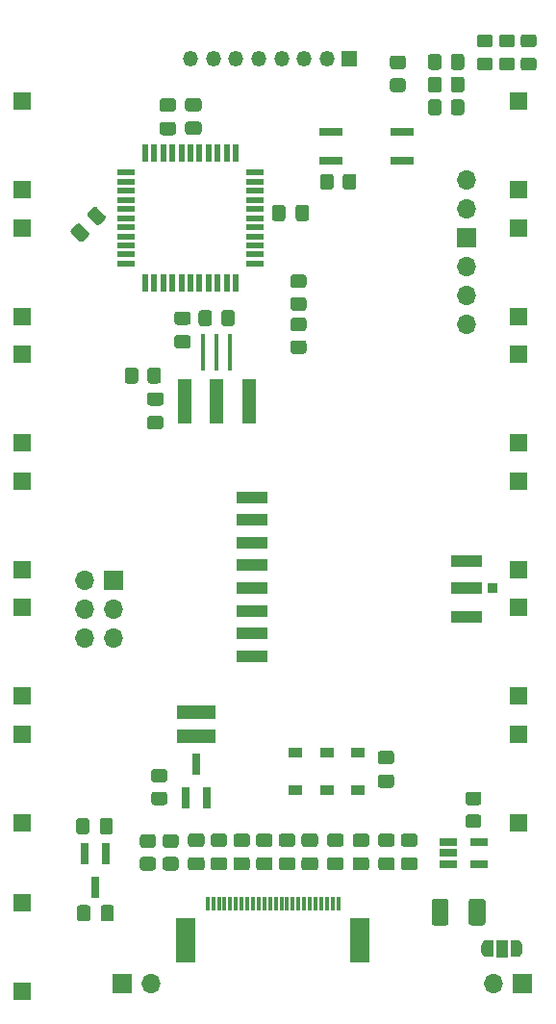
<source format=gbr>
%TF.GenerationSoftware,KiCad,Pcbnew,(5.1.9)-1*%
%TF.CreationDate,2021-03-27T02:19:14+01:00*%
%TF.ProjectId,HB-RC-12-EP-2,48422d52-432d-4313-922d-45502d322e6b,rev?*%
%TF.SameCoordinates,Original*%
%TF.FileFunction,Soldermask,Top*%
%TF.FilePolarity,Negative*%
%FSLAX46Y46*%
G04 Gerber Fmt 4.6, Leading zero omitted, Abs format (unit mm)*
G04 Created by KiCad (PCBNEW (5.1.9)-1) date 2021-03-27 02:19:14*
%MOMM*%
%LPD*%
G01*
G04 APERTURE LIST*
%ADD10R,0.800000X1.900000*%
%ADD11R,1.560000X0.650000*%
%ADD12R,1.200000X4.000000*%
%ADD13R,0.300000X1.300000*%
%ADD14R,1.800000X4.000000*%
%ADD15O,1.700000X1.700000*%
%ADD16R,1.700000X1.700000*%
%ADD17O,1.350000X1.350000*%
%ADD18R,1.350000X1.350000*%
%ADD19R,1.000000X1.500000*%
%ADD20C,0.100000*%
%ADD21R,0.550000X1.500000*%
%ADD22R,1.500000X0.550000*%
%ADD23R,1.200000X0.900000*%
%ADD24R,2.000000X0.640000*%
%ADD25R,2.750000X1.000000*%
%ADD26R,1.500000X1.500000*%
%ADD27R,0.400000X3.200000*%
%ADD28R,3.400000X1.300000*%
%ADD29R,0.850000X0.850000*%
G04 APERTURE END LIST*
D10*
%TO.C,Q2*%
X104850000Y-137800000D03*
X105800000Y-140800000D03*
X103900000Y-140800000D03*
%TD*%
%TO.C,U3*%
X95950000Y-148700000D03*
X95000000Y-145700000D03*
X96900000Y-145700000D03*
%TD*%
D11*
%TO.C,U4*%
X129750000Y-144700000D03*
X129750000Y-146600000D03*
X127050000Y-146600000D03*
X127050000Y-145650000D03*
X127050000Y-144700000D03*
%TD*%
D12*
%TO.C,Q3*%
X103800000Y-105900000D03*
X106650000Y-105900000D03*
X109500000Y-105900000D03*
%TD*%
D13*
%TO.C,J3*%
X117350000Y-150100000D03*
X116850000Y-150100000D03*
X116350000Y-150100000D03*
X115850000Y-150100000D03*
X115350000Y-150100000D03*
X114850000Y-150100000D03*
X114350000Y-150100000D03*
X113850000Y-150100000D03*
X113350000Y-150100000D03*
X112850000Y-150100000D03*
X112350000Y-150100000D03*
X111850000Y-150100000D03*
X111350000Y-150100000D03*
X110850000Y-150100000D03*
X110350000Y-150100000D03*
X109850000Y-150100000D03*
X109350000Y-150100000D03*
X108850000Y-150100000D03*
X108350000Y-150100000D03*
X107850000Y-150100000D03*
X107350000Y-150100000D03*
X106850000Y-150100000D03*
X106350000Y-150100000D03*
X105850000Y-150100000D03*
D14*
X103950000Y-153350000D03*
X119250000Y-153350000D03*
%TD*%
D15*
%TO.C,FTDI1*%
X128650000Y-99150000D03*
X128650000Y-96610000D03*
X128650000Y-94070000D03*
D16*
X128650000Y-91530000D03*
D15*
X128650000Y-88990000D03*
X128650000Y-86450000D03*
%TD*%
%TO.C,R10*%
G36*
G01*
X122149999Y-77500000D02*
X123050001Y-77500000D01*
G75*
G02*
X123300000Y-77749999I0J-249999D01*
G01*
X123300000Y-78450001D01*
G75*
G02*
X123050001Y-78700000I-249999J0D01*
G01*
X122149999Y-78700000D01*
G75*
G02*
X121900000Y-78450001I0J249999D01*
G01*
X121900000Y-77749999D01*
G75*
G02*
X122149999Y-77500000I249999J0D01*
G01*
G37*
G36*
G01*
X122149999Y-75500000D02*
X123050001Y-75500000D01*
G75*
G02*
X123300000Y-75749999I0J-249999D01*
G01*
X123300000Y-76450001D01*
G75*
G02*
X123050001Y-76700000I-249999J0D01*
G01*
X122149999Y-76700000D01*
G75*
G02*
X121900000Y-76450001I0J249999D01*
G01*
X121900000Y-75749999D01*
G75*
G02*
X122149999Y-75500000I249999J0D01*
G01*
G37*
%TD*%
D17*
%TO.C,K1*%
X104350000Y-75750000D03*
X106350000Y-75750000D03*
X108350000Y-75750000D03*
X110350000Y-75750000D03*
X112350000Y-75750000D03*
X114350000Y-75750000D03*
X116350000Y-75750000D03*
D18*
X118350000Y-75750000D03*
%TD*%
D19*
%TO.C,JP1*%
X131750000Y-154050000D03*
D20*
G36*
X133050000Y-153300602D02*
G01*
X133074534Y-153300602D01*
X133123365Y-153305412D01*
X133171490Y-153314984D01*
X133218445Y-153329228D01*
X133263778Y-153348005D01*
X133307051Y-153371136D01*
X133347850Y-153398396D01*
X133385779Y-153429524D01*
X133420476Y-153464221D01*
X133451604Y-153502150D01*
X133478864Y-153542949D01*
X133501995Y-153586222D01*
X133520772Y-153631555D01*
X133535016Y-153678510D01*
X133544588Y-153726635D01*
X133549398Y-153775466D01*
X133549398Y-153800000D01*
X133550000Y-153800000D01*
X133550000Y-154300000D01*
X133549398Y-154300000D01*
X133549398Y-154324534D01*
X133544588Y-154373365D01*
X133535016Y-154421490D01*
X133520772Y-154468445D01*
X133501995Y-154513778D01*
X133478864Y-154557051D01*
X133451604Y-154597850D01*
X133420476Y-154635779D01*
X133385779Y-154670476D01*
X133347850Y-154701604D01*
X133307051Y-154728864D01*
X133263778Y-154751995D01*
X133218445Y-154770772D01*
X133171490Y-154785016D01*
X133123365Y-154794588D01*
X133074534Y-154799398D01*
X133050000Y-154799398D01*
X133050000Y-154800000D01*
X132500000Y-154800000D01*
X132500000Y-153300000D01*
X133050000Y-153300000D01*
X133050000Y-153300602D01*
G37*
G36*
X131000000Y-154800000D02*
G01*
X130450000Y-154800000D01*
X130450000Y-154799398D01*
X130425466Y-154799398D01*
X130376635Y-154794588D01*
X130328510Y-154785016D01*
X130281555Y-154770772D01*
X130236222Y-154751995D01*
X130192949Y-154728864D01*
X130152150Y-154701604D01*
X130114221Y-154670476D01*
X130079524Y-154635779D01*
X130048396Y-154597850D01*
X130021136Y-154557051D01*
X129998005Y-154513778D01*
X129979228Y-154468445D01*
X129964984Y-154421490D01*
X129955412Y-154373365D01*
X129950602Y-154324534D01*
X129950602Y-154300000D01*
X129950000Y-154300000D01*
X129950000Y-153800000D01*
X129950602Y-153800000D01*
X129950602Y-153775466D01*
X129955412Y-153726635D01*
X129964984Y-153678510D01*
X129979228Y-153631555D01*
X129998005Y-153586222D01*
X130021136Y-153542949D01*
X130048396Y-153502150D01*
X130079524Y-153464221D01*
X130114221Y-153429524D01*
X130152150Y-153398396D01*
X130192949Y-153371136D01*
X130236222Y-153348005D01*
X130281555Y-153329228D01*
X130328510Y-153314984D01*
X130376635Y-153305412D01*
X130425466Y-153300602D01*
X130450000Y-153300602D01*
X130450000Y-153300000D01*
X131000000Y-153300000D01*
X131000000Y-154800000D01*
G37*
%TD*%
%TO.C,C17*%
G36*
G01*
X94696121Y-90332517D02*
X95367483Y-91003879D01*
G75*
G02*
X95367483Y-91357821I-176971J-176971D01*
G01*
X94890575Y-91834729D01*
G75*
G02*
X94536633Y-91834729I-176971J176971D01*
G01*
X93865271Y-91163367D01*
G75*
G02*
X93865271Y-90809425I176971J176971D01*
G01*
X94342179Y-90332517D01*
G75*
G02*
X94696121Y-90332517I176971J-176971D01*
G01*
G37*
G36*
G01*
X96163173Y-88865076D02*
X96834924Y-89536827D01*
G75*
G02*
X96834924Y-89890381I-176777J-176777D01*
G01*
X96357627Y-90367678D01*
G75*
G02*
X96004073Y-90367678I-176777J176777D01*
G01*
X95332322Y-89695927D01*
G75*
G02*
X95332322Y-89342373I176777J176777D01*
G01*
X95809619Y-88865076D01*
G75*
G02*
X96163173Y-88865076I176777J-176777D01*
G01*
G37*
%TD*%
D21*
%TO.C,U1*%
X100350000Y-95500000D03*
X101150000Y-95500000D03*
X101950000Y-95500000D03*
X102750000Y-95500000D03*
X103550000Y-95500000D03*
X104350000Y-95500000D03*
X105150000Y-95500000D03*
X105950000Y-95500000D03*
X106750000Y-95500000D03*
X107550000Y-95500000D03*
X108350000Y-95500000D03*
D22*
X110050000Y-93800000D03*
X110050000Y-93000000D03*
X110050000Y-92200000D03*
X110050000Y-91400000D03*
X110050000Y-90600000D03*
X110050000Y-89800000D03*
X110050000Y-89000000D03*
X110050000Y-88200000D03*
X110050000Y-87400000D03*
X110050000Y-86600000D03*
X110050000Y-85800000D03*
D21*
X108350000Y-84100000D03*
X107550000Y-84100000D03*
X106750000Y-84100000D03*
X105950000Y-84100000D03*
X105150000Y-84100000D03*
X104350000Y-84100000D03*
X103550000Y-84100000D03*
X102750000Y-84100000D03*
X101950000Y-84100000D03*
X101150000Y-84100000D03*
X100350000Y-84100000D03*
D22*
X98650000Y-85800000D03*
X98650000Y-86600000D03*
X98650000Y-87400000D03*
X98650000Y-88200000D03*
X98650000Y-89000000D03*
X98650000Y-89800000D03*
X98650000Y-90600000D03*
X98650000Y-91400000D03*
X98650000Y-92200000D03*
X98650000Y-93000000D03*
X98650000Y-93800000D03*
%TD*%
%TO.C,R8*%
G36*
G01*
X102050001Y-139450000D02*
X101149999Y-139450000D01*
G75*
G02*
X100900000Y-139200001I0J249999D01*
G01*
X100900000Y-138499999D01*
G75*
G02*
X101149999Y-138250000I249999J0D01*
G01*
X102050001Y-138250000D01*
G75*
G02*
X102300000Y-138499999I0J-249999D01*
G01*
X102300000Y-139200001D01*
G75*
G02*
X102050001Y-139450000I-249999J0D01*
G01*
G37*
G36*
G01*
X102050001Y-141450000D02*
X101149999Y-141450000D01*
G75*
G02*
X100900000Y-141200001I0J249999D01*
G01*
X100900000Y-140499999D01*
G75*
G02*
X101149999Y-140250000I249999J0D01*
G01*
X102050001Y-140250000D01*
G75*
G02*
X102300000Y-140499999I0J-249999D01*
G01*
X102300000Y-141200001D01*
G75*
G02*
X102050001Y-141450000I-249999J0D01*
G01*
G37*
%TD*%
%TO.C,R8-2*%
G36*
G01*
X101050001Y-145200000D02*
X100149999Y-145200000D01*
G75*
G02*
X99900000Y-144950001I0J249999D01*
G01*
X99900000Y-144249999D01*
G75*
G02*
X100149999Y-144000000I249999J0D01*
G01*
X101050001Y-144000000D01*
G75*
G02*
X101300000Y-144249999I0J-249999D01*
G01*
X101300000Y-144950001D01*
G75*
G02*
X101050001Y-145200000I-249999J0D01*
G01*
G37*
G36*
G01*
X101050001Y-147200000D02*
X100149999Y-147200000D01*
G75*
G02*
X99900000Y-146950001I0J249999D01*
G01*
X99900000Y-146249999D01*
G75*
G02*
X100149999Y-146000000I249999J0D01*
G01*
X101050001Y-146000000D01*
G75*
G02*
X101300000Y-146249999I0J-249999D01*
G01*
X101300000Y-146950001D01*
G75*
G02*
X101050001Y-147200000I-249999J0D01*
G01*
G37*
%TD*%
%TO.C,C4*%
G36*
G01*
X111325000Y-145112500D02*
X110375000Y-145112500D01*
G75*
G02*
X110125000Y-144862500I0J250000D01*
G01*
X110125000Y-144187500D01*
G75*
G02*
X110375000Y-143937500I250000J0D01*
G01*
X111325000Y-143937500D01*
G75*
G02*
X111575000Y-144187500I0J-250000D01*
G01*
X111575000Y-144862500D01*
G75*
G02*
X111325000Y-145112500I-250000J0D01*
G01*
G37*
G36*
G01*
X111325000Y-147187500D02*
X110375000Y-147187500D01*
G75*
G02*
X110125000Y-146937500I0J250000D01*
G01*
X110125000Y-146262500D01*
G75*
G02*
X110375000Y-146012500I250000J0D01*
G01*
X111325000Y-146012500D01*
G75*
G02*
X111575000Y-146262500I0J-250000D01*
G01*
X111575000Y-146937500D01*
G75*
G02*
X111325000Y-147187500I-250000J0D01*
G01*
G37*
%TD*%
D23*
%TO.C,D5*%
X119100000Y-140100000D03*
X119100000Y-136800000D03*
%TD*%
%TO.C,D4*%
X116350000Y-136800000D03*
X116350000Y-140100000D03*
%TD*%
%TO.C,R12*%
G36*
G01*
X106250000Y-98149999D02*
X106250000Y-99050001D01*
G75*
G02*
X106000001Y-99300000I-249999J0D01*
G01*
X105299999Y-99300000D01*
G75*
G02*
X105050000Y-99050001I0J249999D01*
G01*
X105050000Y-98149999D01*
G75*
G02*
X105299999Y-97900000I249999J0D01*
G01*
X106000001Y-97900000D01*
G75*
G02*
X106250000Y-98149999I0J-249999D01*
G01*
G37*
G36*
G01*
X108250000Y-98149999D02*
X108250000Y-99050001D01*
G75*
G02*
X108000001Y-99300000I-249999J0D01*
G01*
X107299999Y-99300000D01*
G75*
G02*
X107050000Y-99050001I0J249999D01*
G01*
X107050000Y-98149999D01*
G75*
G02*
X107299999Y-97900000I249999J0D01*
G01*
X108000001Y-97900000D01*
G75*
G02*
X108250000Y-98149999I0J-249999D01*
G01*
G37*
%TD*%
D24*
%TO.C,U5*%
X116700000Y-84720000D03*
X116700000Y-82180000D03*
X123000000Y-82180000D03*
X123000000Y-84720000D03*
%TD*%
D25*
%TO.C,U2*%
X109750000Y-128350000D03*
X109750000Y-126350000D03*
X109750000Y-124350000D03*
X128650000Y-124850000D03*
X109750000Y-122350000D03*
X128650000Y-122350000D03*
X109750000Y-120350000D03*
X128650000Y-119950000D03*
X109750000Y-118350000D03*
X109750000Y-116350000D03*
X109750000Y-114350000D03*
%TD*%
D26*
%TO.C,Config*%
X89500000Y-150000000D03*
X89500000Y-157800000D03*
%TD*%
%TO.C,SW12*%
X133200000Y-135180000D03*
X133200000Y-142980000D03*
%TD*%
%TO.C,SW10*%
X133200000Y-131850000D03*
X133200000Y-124050000D03*
%TD*%
%TO.C,SW8*%
X133200000Y-112920000D03*
X133200000Y-120720000D03*
%TD*%
%TO.C,SW6*%
X133200000Y-101790000D03*
X133200000Y-109590000D03*
%TD*%
%TO.C,SW4*%
X133200000Y-90660000D03*
X133200000Y-98460000D03*
%TD*%
%TO.C,SW2*%
X133200000Y-87330000D03*
X133200000Y-79530000D03*
%TD*%
%TO.C,SW11*%
X89500000Y-135200000D03*
X89500000Y-143000000D03*
%TD*%
%TO.C,SW9*%
X89500000Y-124050000D03*
X89500000Y-131850000D03*
%TD*%
%TO.C,SW7*%
X89500000Y-112920000D03*
X89500000Y-120720000D03*
%TD*%
%TO.C,SW5*%
X89500000Y-101790000D03*
X89500000Y-109590000D03*
%TD*%
%TO.C,SW3*%
X89500000Y-90660000D03*
X89500000Y-98460000D03*
%TD*%
%TO.C,SW1*%
X89500000Y-79530000D03*
X89500000Y-87330000D03*
%TD*%
%TO.C,R8-1*%
G36*
G01*
X103050001Y-145200000D02*
X102149999Y-145200000D01*
G75*
G02*
X101900000Y-144950001I0J249999D01*
G01*
X101900000Y-144249999D01*
G75*
G02*
X102149999Y-144000000I249999J0D01*
G01*
X103050001Y-144000000D01*
G75*
G02*
X103300000Y-144249999I0J-249999D01*
G01*
X103300000Y-144950001D01*
G75*
G02*
X103050001Y-145200000I-249999J0D01*
G01*
G37*
G36*
G01*
X103050001Y-147200000D02*
X102149999Y-147200000D01*
G75*
G02*
X101900000Y-146950001I0J249999D01*
G01*
X101900000Y-146249999D01*
G75*
G02*
X102149999Y-146000000I249999J0D01*
G01*
X103050001Y-146000000D01*
G75*
G02*
X103300000Y-146249999I0J-249999D01*
G01*
X103300000Y-146950001D01*
G75*
G02*
X103050001Y-147200000I-249999J0D01*
G01*
G37*
%TD*%
%TO.C,R13*%
G36*
G01*
X116950000Y-86149999D02*
X116950000Y-87050001D01*
G75*
G02*
X116700001Y-87300000I-249999J0D01*
G01*
X115999999Y-87300000D01*
G75*
G02*
X115750000Y-87050001I0J249999D01*
G01*
X115750000Y-86149999D01*
G75*
G02*
X115999999Y-85900000I249999J0D01*
G01*
X116700001Y-85900000D01*
G75*
G02*
X116950000Y-86149999I0J-249999D01*
G01*
G37*
G36*
G01*
X118950000Y-86149999D02*
X118950000Y-87050001D01*
G75*
G02*
X118700001Y-87300000I-249999J0D01*
G01*
X117999999Y-87300000D01*
G75*
G02*
X117750000Y-87050001I0J249999D01*
G01*
X117750000Y-86149999D01*
G75*
G02*
X117999999Y-85900000I249999J0D01*
G01*
X118700001Y-85900000D01*
G75*
G02*
X118950000Y-86149999I0J-249999D01*
G01*
G37*
%TD*%
%TO.C,R11*%
G36*
G01*
X127250000Y-76500001D02*
X127250000Y-75599999D01*
G75*
G02*
X127499999Y-75350000I249999J0D01*
G01*
X128200001Y-75350000D01*
G75*
G02*
X128450000Y-75599999I0J-249999D01*
G01*
X128450000Y-76500001D01*
G75*
G02*
X128200001Y-76750000I-249999J0D01*
G01*
X127499999Y-76750000D01*
G75*
G02*
X127250000Y-76500001I0J249999D01*
G01*
G37*
G36*
G01*
X125250000Y-76500001D02*
X125250000Y-75599999D01*
G75*
G02*
X125499999Y-75350000I249999J0D01*
G01*
X126200001Y-75350000D01*
G75*
G02*
X126450000Y-75599999I0J-249999D01*
G01*
X126450000Y-76500001D01*
G75*
G02*
X126200001Y-76750000I-249999J0D01*
G01*
X125499999Y-76750000D01*
G75*
G02*
X125250000Y-76500001I0J249999D01*
G01*
G37*
%TD*%
%TO.C,R9*%
G36*
G01*
X129700001Y-141450000D02*
X128799999Y-141450000D01*
G75*
G02*
X128550000Y-141200001I0J249999D01*
G01*
X128550000Y-140499999D01*
G75*
G02*
X128799999Y-140250000I249999J0D01*
G01*
X129700001Y-140250000D01*
G75*
G02*
X129950000Y-140499999I0J-249999D01*
G01*
X129950000Y-141200001D01*
G75*
G02*
X129700001Y-141450000I-249999J0D01*
G01*
G37*
G36*
G01*
X129700001Y-143450000D02*
X128799999Y-143450000D01*
G75*
G02*
X128550000Y-143200001I0J249999D01*
G01*
X128550000Y-142499999D01*
G75*
G02*
X128799999Y-142250000I249999J0D01*
G01*
X129700001Y-142250000D01*
G75*
G02*
X129950000Y-142499999I0J-249999D01*
G01*
X129950000Y-143200001D01*
G75*
G02*
X129700001Y-143450000I-249999J0D01*
G01*
G37*
%TD*%
%TO.C,R5*%
G36*
G01*
X114300001Y-95950000D02*
X113399999Y-95950000D01*
G75*
G02*
X113150000Y-95700001I0J249999D01*
G01*
X113150000Y-94999999D01*
G75*
G02*
X113399999Y-94750000I249999J0D01*
G01*
X114300001Y-94750000D01*
G75*
G02*
X114550000Y-94999999I0J-249999D01*
G01*
X114550000Y-95700001D01*
G75*
G02*
X114300001Y-95950000I-249999J0D01*
G01*
G37*
G36*
G01*
X114300001Y-97950000D02*
X113399999Y-97950000D01*
G75*
G02*
X113150000Y-97700001I0J249999D01*
G01*
X113150000Y-96999999D01*
G75*
G02*
X113399999Y-96750000I249999J0D01*
G01*
X114300001Y-96750000D01*
G75*
G02*
X114550000Y-96999999I0J-249999D01*
G01*
X114550000Y-97700001D01*
G75*
G02*
X114300001Y-97950000I-249999J0D01*
G01*
G37*
%TD*%
%TO.C,R4*%
G36*
G01*
X114300001Y-99750000D02*
X113399999Y-99750000D01*
G75*
G02*
X113150000Y-99500001I0J249999D01*
G01*
X113150000Y-98799999D01*
G75*
G02*
X113399999Y-98550000I249999J0D01*
G01*
X114300001Y-98550000D01*
G75*
G02*
X114550000Y-98799999I0J-249999D01*
G01*
X114550000Y-99500001D01*
G75*
G02*
X114300001Y-99750000I-249999J0D01*
G01*
G37*
G36*
G01*
X114300001Y-101750000D02*
X113399999Y-101750000D01*
G75*
G02*
X113150000Y-101500001I0J249999D01*
G01*
X113150000Y-100799999D01*
G75*
G02*
X113399999Y-100550000I249999J0D01*
G01*
X114300001Y-100550000D01*
G75*
G02*
X114550000Y-100799999I0J-249999D01*
G01*
X114550000Y-101500001D01*
G75*
G02*
X114300001Y-101750000I-249999J0D01*
G01*
G37*
%TD*%
%TO.C,R3*%
G36*
G01*
X100550000Y-104100001D02*
X100550000Y-103199999D01*
G75*
G02*
X100799999Y-102950000I249999J0D01*
G01*
X101500001Y-102950000D01*
G75*
G02*
X101750000Y-103199999I0J-249999D01*
G01*
X101750000Y-104100001D01*
G75*
G02*
X101500001Y-104350000I-249999J0D01*
G01*
X100799999Y-104350000D01*
G75*
G02*
X100550000Y-104100001I0J249999D01*
G01*
G37*
G36*
G01*
X98550000Y-104100001D02*
X98550000Y-103199999D01*
G75*
G02*
X98799999Y-102950000I249999J0D01*
G01*
X99500001Y-102950000D01*
G75*
G02*
X99750000Y-103199999I0J-249999D01*
G01*
X99750000Y-104100001D01*
G75*
G02*
X99500001Y-104350000I-249999J0D01*
G01*
X98799999Y-104350000D01*
G75*
G02*
X98550000Y-104100001I0J249999D01*
G01*
G37*
%TD*%
%TO.C,R2*%
G36*
G01*
X127250000Y-78500001D02*
X127250000Y-77599999D01*
G75*
G02*
X127499999Y-77350000I249999J0D01*
G01*
X128200001Y-77350000D01*
G75*
G02*
X128450000Y-77599999I0J-249999D01*
G01*
X128450000Y-78500001D01*
G75*
G02*
X128200001Y-78750000I-249999J0D01*
G01*
X127499999Y-78750000D01*
G75*
G02*
X127250000Y-78500001I0J249999D01*
G01*
G37*
G36*
G01*
X125250000Y-78500001D02*
X125250000Y-77599999D01*
G75*
G02*
X125499999Y-77350000I249999J0D01*
G01*
X126200001Y-77350000D01*
G75*
G02*
X126450000Y-77599999I0J-249999D01*
G01*
X126450000Y-78500001D01*
G75*
G02*
X126200001Y-78750000I-249999J0D01*
G01*
X125499999Y-78750000D01*
G75*
G02*
X125250000Y-78500001I0J249999D01*
G01*
G37*
%TD*%
%TO.C,R1*%
G36*
G01*
X127250000Y-80500001D02*
X127250000Y-79599999D01*
G75*
G02*
X127499999Y-79350000I249999J0D01*
G01*
X128200001Y-79350000D01*
G75*
G02*
X128450000Y-79599999I0J-249999D01*
G01*
X128450000Y-80500001D01*
G75*
G02*
X128200001Y-80750000I-249999J0D01*
G01*
X127499999Y-80750000D01*
G75*
G02*
X127250000Y-80500001I0J249999D01*
G01*
G37*
G36*
G01*
X125250000Y-80500001D02*
X125250000Y-79599999D01*
G75*
G02*
X125499999Y-79350000I249999J0D01*
G01*
X126200001Y-79350000D01*
G75*
G02*
X126450000Y-79599999I0J-249999D01*
G01*
X126450000Y-80500001D01*
G75*
G02*
X126200001Y-80750000I-249999J0D01*
G01*
X125499999Y-80750000D01*
G75*
G02*
X125250000Y-80500001I0J249999D01*
G01*
G37*
%TD*%
D27*
%TO.C,Q1*%
X105450000Y-101600000D03*
X106650000Y-101600000D03*
X107850000Y-101600000D03*
%TD*%
D28*
%TO.C,L1*%
X104850000Y-135350000D03*
X104850000Y-133250000D03*
%TD*%
D16*
%TO.C,Power*%
X98350000Y-157100000D03*
D15*
X100890000Y-157100000D03*
%TD*%
%TO.C,+*%
X131010000Y-157125000D03*
D16*
X133550000Y-157125000D03*
%TD*%
D29*
%TO.C,Ant*%
X130950000Y-122350000D03*
%TD*%
D15*
%TO.C,ISP1*%
X97600000Y-126780000D03*
X95060000Y-126780000D03*
X97600000Y-124240000D03*
X95060000Y-124240000D03*
D16*
X97600000Y-121700000D03*
D15*
X95060000Y-121700000D03*
%TD*%
%TO.C,D6*%
G36*
G01*
X130700001Y-74775000D02*
X129799999Y-74775000D01*
G75*
G02*
X129550000Y-74525001I0J249999D01*
G01*
X129550000Y-73874999D01*
G75*
G02*
X129799999Y-73625000I249999J0D01*
G01*
X130700001Y-73625000D01*
G75*
G02*
X130950000Y-73874999I0J-249999D01*
G01*
X130950000Y-74525001D01*
G75*
G02*
X130700001Y-74775000I-249999J0D01*
G01*
G37*
G36*
G01*
X130700001Y-76825000D02*
X129799999Y-76825000D01*
G75*
G02*
X129550000Y-76575001I0J249999D01*
G01*
X129550000Y-75924999D01*
G75*
G02*
X129799999Y-75675000I249999J0D01*
G01*
X130700001Y-75675000D01*
G75*
G02*
X130950000Y-75924999I0J-249999D01*
G01*
X130950000Y-76575001D01*
G75*
G02*
X130700001Y-76825000I-249999J0D01*
G01*
G37*
%TD*%
D23*
%TO.C,D3*%
X113600000Y-136800000D03*
X113600000Y-140100000D03*
%TD*%
%TO.C,D2*%
G36*
G01*
X131749999Y-73625000D02*
X132650001Y-73625000D01*
G75*
G02*
X132900000Y-73874999I0J-249999D01*
G01*
X132900000Y-74525001D01*
G75*
G02*
X132650001Y-74775000I-249999J0D01*
G01*
X131749999Y-74775000D01*
G75*
G02*
X131500000Y-74525001I0J249999D01*
G01*
X131500000Y-73874999D01*
G75*
G02*
X131749999Y-73625000I249999J0D01*
G01*
G37*
G36*
G01*
X131749999Y-75675000D02*
X132650001Y-75675000D01*
G75*
G02*
X132900000Y-75924999I0J-249999D01*
G01*
X132900000Y-76575001D01*
G75*
G02*
X132650001Y-76825000I-249999J0D01*
G01*
X131749999Y-76825000D01*
G75*
G02*
X131500000Y-76575001I0J249999D01*
G01*
X131500000Y-75924999D01*
G75*
G02*
X131749999Y-75675000I249999J0D01*
G01*
G37*
%TD*%
%TO.C,D1*%
G36*
G01*
X133649999Y-73625000D02*
X134550001Y-73625000D01*
G75*
G02*
X134800000Y-73874999I0J-249999D01*
G01*
X134800000Y-74525001D01*
G75*
G02*
X134550001Y-74775000I-249999J0D01*
G01*
X133649999Y-74775000D01*
G75*
G02*
X133400000Y-74525001I0J249999D01*
G01*
X133400000Y-73874999D01*
G75*
G02*
X133649999Y-73625000I249999J0D01*
G01*
G37*
G36*
G01*
X133649999Y-75675000D02*
X134550001Y-75675000D01*
G75*
G02*
X134800000Y-75924999I0J-249999D01*
G01*
X134800000Y-76575001D01*
G75*
G02*
X134550001Y-76825000I-249999J0D01*
G01*
X133649999Y-76825000D01*
G75*
G02*
X133400000Y-76575001I0J249999D01*
G01*
X133400000Y-75924999D01*
G75*
G02*
X133649999Y-75675000I249999J0D01*
G01*
G37*
%TD*%
%TO.C,C20*%
G36*
G01*
X96350000Y-143775000D02*
X96350000Y-142825000D01*
G75*
G02*
X96600000Y-142575000I250000J0D01*
G01*
X97275000Y-142575000D01*
G75*
G02*
X97525000Y-142825000I0J-250000D01*
G01*
X97525000Y-143775000D01*
G75*
G02*
X97275000Y-144025000I-250000J0D01*
G01*
X96600000Y-144025000D01*
G75*
G02*
X96350000Y-143775000I0J250000D01*
G01*
G37*
G36*
G01*
X94275000Y-143775000D02*
X94275000Y-142825000D01*
G75*
G02*
X94525000Y-142575000I250000J0D01*
G01*
X95200000Y-142575000D01*
G75*
G02*
X95450000Y-142825000I0J-250000D01*
G01*
X95450000Y-143775000D01*
G75*
G02*
X95200000Y-144025000I-250000J0D01*
G01*
X94525000Y-144025000D01*
G75*
G02*
X94275000Y-143775000I0J250000D01*
G01*
G37*
%TD*%
%TO.C,C19*%
G36*
G01*
X95537500Y-150475000D02*
X95537500Y-151425000D01*
G75*
G02*
X95287500Y-151675000I-250000J0D01*
G01*
X94612500Y-151675000D01*
G75*
G02*
X94362500Y-151425000I0J250000D01*
G01*
X94362500Y-150475000D01*
G75*
G02*
X94612500Y-150225000I250000J0D01*
G01*
X95287500Y-150225000D01*
G75*
G02*
X95537500Y-150475000I0J-250000D01*
G01*
G37*
G36*
G01*
X97612500Y-150475000D02*
X97612500Y-151425000D01*
G75*
G02*
X97362500Y-151675000I-250000J0D01*
G01*
X96687500Y-151675000D01*
G75*
G02*
X96437500Y-151425000I0J250000D01*
G01*
X96437500Y-150475000D01*
G75*
G02*
X96687500Y-150225000I250000J0D01*
G01*
X97362500Y-150225000D01*
G75*
G02*
X97612500Y-150475000I0J-250000D01*
G01*
G37*
%TD*%
%TO.C,C18*%
G36*
G01*
X127075000Y-149925000D02*
X127075000Y-151775000D01*
G75*
G02*
X126825000Y-152025000I-250000J0D01*
G01*
X125825000Y-152025000D01*
G75*
G02*
X125575000Y-151775000I0J250000D01*
G01*
X125575000Y-149925000D01*
G75*
G02*
X125825000Y-149675000I250000J0D01*
G01*
X126825000Y-149675000D01*
G75*
G02*
X127075000Y-149925000I0J-250000D01*
G01*
G37*
G36*
G01*
X130325000Y-149925000D02*
X130325000Y-151775000D01*
G75*
G02*
X130075000Y-152025000I-250000J0D01*
G01*
X129075000Y-152025000D01*
G75*
G02*
X128825000Y-151775000I0J250000D01*
G01*
X128825000Y-149925000D01*
G75*
G02*
X129075000Y-149675000I250000J0D01*
G01*
X130075000Y-149675000D01*
G75*
G02*
X130325000Y-149925000I0J-250000D01*
G01*
G37*
%TD*%
%TO.C,C16*%
G36*
G01*
X105075000Y-80400000D02*
X104125000Y-80400000D01*
G75*
G02*
X103875000Y-80150000I0J250000D01*
G01*
X103875000Y-79475000D01*
G75*
G02*
X104125000Y-79225000I250000J0D01*
G01*
X105075000Y-79225000D01*
G75*
G02*
X105325000Y-79475000I0J-250000D01*
G01*
X105325000Y-80150000D01*
G75*
G02*
X105075000Y-80400000I-250000J0D01*
G01*
G37*
G36*
G01*
X105075000Y-82475000D02*
X104125000Y-82475000D01*
G75*
G02*
X103875000Y-82225000I0J250000D01*
G01*
X103875000Y-81550000D01*
G75*
G02*
X104125000Y-81300000I250000J0D01*
G01*
X105075000Y-81300000D01*
G75*
G02*
X105325000Y-81550000I0J-250000D01*
G01*
X105325000Y-82225000D01*
G75*
G02*
X105075000Y-82475000I-250000J0D01*
G01*
G37*
%TD*%
%TO.C,C15*%
G36*
G01*
X113600000Y-89825000D02*
X113600000Y-88875000D01*
G75*
G02*
X113850000Y-88625000I250000J0D01*
G01*
X114525000Y-88625000D01*
G75*
G02*
X114775000Y-88875000I0J-250000D01*
G01*
X114775000Y-89825000D01*
G75*
G02*
X114525000Y-90075000I-250000J0D01*
G01*
X113850000Y-90075000D01*
G75*
G02*
X113600000Y-89825000I0J250000D01*
G01*
G37*
G36*
G01*
X111525000Y-89825000D02*
X111525000Y-88875000D01*
G75*
G02*
X111775000Y-88625000I250000J0D01*
G01*
X112450000Y-88625000D01*
G75*
G02*
X112700000Y-88875000I0J-250000D01*
G01*
X112700000Y-89825000D01*
G75*
G02*
X112450000Y-90075000I-250000J0D01*
G01*
X111775000Y-90075000D01*
G75*
G02*
X111525000Y-89825000I0J250000D01*
G01*
G37*
%TD*%
%TO.C,C14*%
G36*
G01*
X103175000Y-100087500D02*
X104125000Y-100087500D01*
G75*
G02*
X104375000Y-100337500I0J-250000D01*
G01*
X104375000Y-101012500D01*
G75*
G02*
X104125000Y-101262500I-250000J0D01*
G01*
X103175000Y-101262500D01*
G75*
G02*
X102925000Y-101012500I0J250000D01*
G01*
X102925000Y-100337500D01*
G75*
G02*
X103175000Y-100087500I250000J0D01*
G01*
G37*
G36*
G01*
X103175000Y-98012500D02*
X104125000Y-98012500D01*
G75*
G02*
X104375000Y-98262500I0J-250000D01*
G01*
X104375000Y-98937500D01*
G75*
G02*
X104125000Y-99187500I-250000J0D01*
G01*
X103175000Y-99187500D01*
G75*
G02*
X102925000Y-98937500I0J250000D01*
G01*
X102925000Y-98262500D01*
G75*
G02*
X103175000Y-98012500I250000J0D01*
G01*
G37*
%TD*%
%TO.C,C13*%
G36*
G01*
X121125000Y-146012500D02*
X122075000Y-146012500D01*
G75*
G02*
X122325000Y-146262500I0J-250000D01*
G01*
X122325000Y-146937500D01*
G75*
G02*
X122075000Y-147187500I-250000J0D01*
G01*
X121125000Y-147187500D01*
G75*
G02*
X120875000Y-146937500I0J250000D01*
G01*
X120875000Y-146262500D01*
G75*
G02*
X121125000Y-146012500I250000J0D01*
G01*
G37*
G36*
G01*
X121125000Y-143937500D02*
X122075000Y-143937500D01*
G75*
G02*
X122325000Y-144187500I0J-250000D01*
G01*
X122325000Y-144862500D01*
G75*
G02*
X122075000Y-145112500I-250000J0D01*
G01*
X121125000Y-145112500D01*
G75*
G02*
X120875000Y-144862500I0J250000D01*
G01*
X120875000Y-144187500D01*
G75*
G02*
X121125000Y-143937500I250000J0D01*
G01*
G37*
%TD*%
%TO.C,C12*%
G36*
G01*
X117575000Y-145112500D02*
X116625000Y-145112500D01*
G75*
G02*
X116375000Y-144862500I0J250000D01*
G01*
X116375000Y-144187500D01*
G75*
G02*
X116625000Y-143937500I250000J0D01*
G01*
X117575000Y-143937500D01*
G75*
G02*
X117825000Y-144187500I0J-250000D01*
G01*
X117825000Y-144862500D01*
G75*
G02*
X117575000Y-145112500I-250000J0D01*
G01*
G37*
G36*
G01*
X117575000Y-147187500D02*
X116625000Y-147187500D01*
G75*
G02*
X116375000Y-146937500I0J250000D01*
G01*
X116375000Y-146262500D01*
G75*
G02*
X116625000Y-146012500I250000J0D01*
G01*
X117575000Y-146012500D01*
G75*
G02*
X117825000Y-146262500I0J-250000D01*
G01*
X117825000Y-146937500D01*
G75*
G02*
X117575000Y-147187500I-250000J0D01*
G01*
G37*
%TD*%
%TO.C,C11*%
G36*
G01*
X122025000Y-137837500D02*
X121075000Y-137837500D01*
G75*
G02*
X120825000Y-137587500I0J250000D01*
G01*
X120825000Y-136912500D01*
G75*
G02*
X121075000Y-136662500I250000J0D01*
G01*
X122025000Y-136662500D01*
G75*
G02*
X122275000Y-136912500I0J-250000D01*
G01*
X122275000Y-137587500D01*
G75*
G02*
X122025000Y-137837500I-250000J0D01*
G01*
G37*
G36*
G01*
X122025000Y-139912500D02*
X121075000Y-139912500D01*
G75*
G02*
X120825000Y-139662500I0J250000D01*
G01*
X120825000Y-138987500D01*
G75*
G02*
X121075000Y-138737500I250000J0D01*
G01*
X122025000Y-138737500D01*
G75*
G02*
X122275000Y-138987500I0J-250000D01*
G01*
X122275000Y-139662500D01*
G75*
G02*
X122025000Y-139912500I-250000J0D01*
G01*
G37*
%TD*%
%TO.C,C10*%
G36*
G01*
X107325000Y-145112500D02*
X106375000Y-145112500D01*
G75*
G02*
X106125000Y-144862500I0J250000D01*
G01*
X106125000Y-144187500D01*
G75*
G02*
X106375000Y-143937500I250000J0D01*
G01*
X107325000Y-143937500D01*
G75*
G02*
X107575000Y-144187500I0J-250000D01*
G01*
X107575000Y-144862500D01*
G75*
G02*
X107325000Y-145112500I-250000J0D01*
G01*
G37*
G36*
G01*
X107325000Y-147187500D02*
X106375000Y-147187500D01*
G75*
G02*
X106125000Y-146937500I0J250000D01*
G01*
X106125000Y-146262500D01*
G75*
G02*
X106375000Y-146012500I250000J0D01*
G01*
X107325000Y-146012500D01*
G75*
G02*
X107575000Y-146262500I0J-250000D01*
G01*
X107575000Y-146937500D01*
G75*
G02*
X107325000Y-147187500I-250000J0D01*
G01*
G37*
%TD*%
%TO.C,C9*%
G36*
G01*
X105325000Y-145112500D02*
X104375000Y-145112500D01*
G75*
G02*
X104125000Y-144862500I0J250000D01*
G01*
X104125000Y-144187500D01*
G75*
G02*
X104375000Y-143937500I250000J0D01*
G01*
X105325000Y-143937500D01*
G75*
G02*
X105575000Y-144187500I0J-250000D01*
G01*
X105575000Y-144862500D01*
G75*
G02*
X105325000Y-145112500I-250000J0D01*
G01*
G37*
G36*
G01*
X105325000Y-147187500D02*
X104375000Y-147187500D01*
G75*
G02*
X104125000Y-146937500I0J250000D01*
G01*
X104125000Y-146262500D01*
G75*
G02*
X104375000Y-146012500I250000J0D01*
G01*
X105325000Y-146012500D01*
G75*
G02*
X105575000Y-146262500I0J-250000D01*
G01*
X105575000Y-146937500D01*
G75*
G02*
X105325000Y-147187500I-250000J0D01*
G01*
G37*
%TD*%
%TO.C,C8*%
G36*
G01*
X124075000Y-145112500D02*
X123125000Y-145112500D01*
G75*
G02*
X122875000Y-144862500I0J250000D01*
G01*
X122875000Y-144187500D01*
G75*
G02*
X123125000Y-143937500I250000J0D01*
G01*
X124075000Y-143937500D01*
G75*
G02*
X124325000Y-144187500I0J-250000D01*
G01*
X124325000Y-144862500D01*
G75*
G02*
X124075000Y-145112500I-250000J0D01*
G01*
G37*
G36*
G01*
X124075000Y-147187500D02*
X123125000Y-147187500D01*
G75*
G02*
X122875000Y-146937500I0J250000D01*
G01*
X122875000Y-146262500D01*
G75*
G02*
X123125000Y-146012500I250000J0D01*
G01*
X124075000Y-146012500D01*
G75*
G02*
X124325000Y-146262500I0J-250000D01*
G01*
X124325000Y-146937500D01*
G75*
G02*
X124075000Y-147187500I-250000J0D01*
G01*
G37*
%TD*%
%TO.C,C7*%
G36*
G01*
X119825000Y-145112500D02*
X118875000Y-145112500D01*
G75*
G02*
X118625000Y-144862500I0J250000D01*
G01*
X118625000Y-144187500D01*
G75*
G02*
X118875000Y-143937500I250000J0D01*
G01*
X119825000Y-143937500D01*
G75*
G02*
X120075000Y-144187500I0J-250000D01*
G01*
X120075000Y-144862500D01*
G75*
G02*
X119825000Y-145112500I-250000J0D01*
G01*
G37*
G36*
G01*
X119825000Y-147187500D02*
X118875000Y-147187500D01*
G75*
G02*
X118625000Y-146937500I0J250000D01*
G01*
X118625000Y-146262500D01*
G75*
G02*
X118875000Y-146012500I250000J0D01*
G01*
X119825000Y-146012500D01*
G75*
G02*
X120075000Y-146262500I0J-250000D01*
G01*
X120075000Y-146937500D01*
G75*
G02*
X119825000Y-147187500I-250000J0D01*
G01*
G37*
%TD*%
%TO.C,C6*%
G36*
G01*
X115325000Y-145112500D02*
X114375000Y-145112500D01*
G75*
G02*
X114125000Y-144862500I0J250000D01*
G01*
X114125000Y-144187500D01*
G75*
G02*
X114375000Y-143937500I250000J0D01*
G01*
X115325000Y-143937500D01*
G75*
G02*
X115575000Y-144187500I0J-250000D01*
G01*
X115575000Y-144862500D01*
G75*
G02*
X115325000Y-145112500I-250000J0D01*
G01*
G37*
G36*
G01*
X115325000Y-147187500D02*
X114375000Y-147187500D01*
G75*
G02*
X114125000Y-146937500I0J250000D01*
G01*
X114125000Y-146262500D01*
G75*
G02*
X114375000Y-146012500I250000J0D01*
G01*
X115325000Y-146012500D01*
G75*
G02*
X115575000Y-146262500I0J-250000D01*
G01*
X115575000Y-146937500D01*
G75*
G02*
X115325000Y-147187500I-250000J0D01*
G01*
G37*
%TD*%
%TO.C,C5*%
G36*
G01*
X113325000Y-145112500D02*
X112375000Y-145112500D01*
G75*
G02*
X112125000Y-144862500I0J250000D01*
G01*
X112125000Y-144187500D01*
G75*
G02*
X112375000Y-143937500I250000J0D01*
G01*
X113325000Y-143937500D01*
G75*
G02*
X113575000Y-144187500I0J-250000D01*
G01*
X113575000Y-144862500D01*
G75*
G02*
X113325000Y-145112500I-250000J0D01*
G01*
G37*
G36*
G01*
X113325000Y-147187500D02*
X112375000Y-147187500D01*
G75*
G02*
X112125000Y-146937500I0J250000D01*
G01*
X112125000Y-146262500D01*
G75*
G02*
X112375000Y-146012500I250000J0D01*
G01*
X113325000Y-146012500D01*
G75*
G02*
X113575000Y-146262500I0J-250000D01*
G01*
X113575000Y-146937500D01*
G75*
G02*
X113325000Y-147187500I-250000J0D01*
G01*
G37*
%TD*%
%TO.C,C3*%
G36*
G01*
X109325000Y-145112500D02*
X108375000Y-145112500D01*
G75*
G02*
X108125000Y-144862500I0J250000D01*
G01*
X108125000Y-144187500D01*
G75*
G02*
X108375000Y-143937500I250000J0D01*
G01*
X109325000Y-143937500D01*
G75*
G02*
X109575000Y-144187500I0J-250000D01*
G01*
X109575000Y-144862500D01*
G75*
G02*
X109325000Y-145112500I-250000J0D01*
G01*
G37*
G36*
G01*
X109325000Y-147187500D02*
X108375000Y-147187500D01*
G75*
G02*
X108125000Y-146937500I0J250000D01*
G01*
X108125000Y-146262500D01*
G75*
G02*
X108375000Y-146012500I250000J0D01*
G01*
X109325000Y-146012500D01*
G75*
G02*
X109575000Y-146262500I0J-250000D01*
G01*
X109575000Y-146937500D01*
G75*
G02*
X109325000Y-147187500I-250000J0D01*
G01*
G37*
%TD*%
%TO.C,C2*%
G36*
G01*
X102825000Y-80437500D02*
X101875000Y-80437500D01*
G75*
G02*
X101625000Y-80187500I0J250000D01*
G01*
X101625000Y-79512500D01*
G75*
G02*
X101875000Y-79262500I250000J0D01*
G01*
X102825000Y-79262500D01*
G75*
G02*
X103075000Y-79512500I0J-250000D01*
G01*
X103075000Y-80187500D01*
G75*
G02*
X102825000Y-80437500I-250000J0D01*
G01*
G37*
G36*
G01*
X102825000Y-82512500D02*
X101875000Y-82512500D01*
G75*
G02*
X101625000Y-82262500I0J250000D01*
G01*
X101625000Y-81587500D01*
G75*
G02*
X101875000Y-81337500I250000J0D01*
G01*
X102825000Y-81337500D01*
G75*
G02*
X103075000Y-81587500I0J-250000D01*
G01*
X103075000Y-82262500D01*
G75*
G02*
X102825000Y-82512500I-250000J0D01*
G01*
G37*
%TD*%
%TO.C,C1*%
G36*
G01*
X100775000Y-107200000D02*
X101725000Y-107200000D01*
G75*
G02*
X101975000Y-107450000I0J-250000D01*
G01*
X101975000Y-108125000D01*
G75*
G02*
X101725000Y-108375000I-250000J0D01*
G01*
X100775000Y-108375000D01*
G75*
G02*
X100525000Y-108125000I0J250000D01*
G01*
X100525000Y-107450000D01*
G75*
G02*
X100775000Y-107200000I250000J0D01*
G01*
G37*
G36*
G01*
X100775000Y-105125000D02*
X101725000Y-105125000D01*
G75*
G02*
X101975000Y-105375000I0J-250000D01*
G01*
X101975000Y-106050000D01*
G75*
G02*
X101725000Y-106300000I-250000J0D01*
G01*
X100775000Y-106300000D01*
G75*
G02*
X100525000Y-106050000I0J250000D01*
G01*
X100525000Y-105375000D01*
G75*
G02*
X100775000Y-105125000I250000J0D01*
G01*
G37*
%TD*%
M02*

</source>
